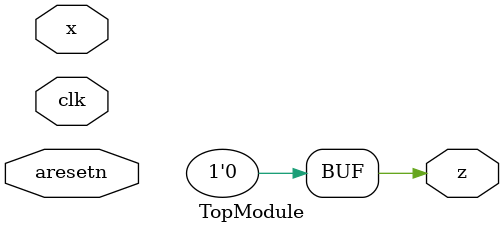
<source format=sv>

module TopModule (
  input clk,
  input aresetn,
  input x,
  output reg z
);

  // Define states
  typedef enum logic [1:0] {
    S0, // Initial state, no part of the sequence seen yet
    S1, // Saw a '1'
    S2  // Saw '10'
  } state_t;

  reg state, next_state;

  // State register update (positive clock edge triggered)
  always_ff @(posedge clk) begin
    if (!aresetn) begin
      state <= S0;
    end else begin
      state <= next_state;
    end
  end

  // Next state logic (combinational)
  always_comb begin
    next_state = state; // Default: stay in the current state
    case (state)
      S0: begin
        if (x == 1) begin
          next_state = S1;
        end
      end
      S1: begin
        if (x == 0) begin
          next_state = S2;
        end else begin
          next_state = S1;  // Overlapping sequences: if x == 1 again, stay in S1
        end
      end
      S2: begin
        if (x == 1) begin
          next_state = S1; // Move back to S1 for overlapping sequences
        end else begin
          next_state = S0; // Back to initial state
        end
      end
    endcase
  end

  // Output logic (combinational)
  always_comb begin
    z = 0;
    if (state == S2 && x == 1) begin
      z = 1;
    end
  end

endmodule

// VERILOG-EVAL: errant inclusion of module definition

</source>
